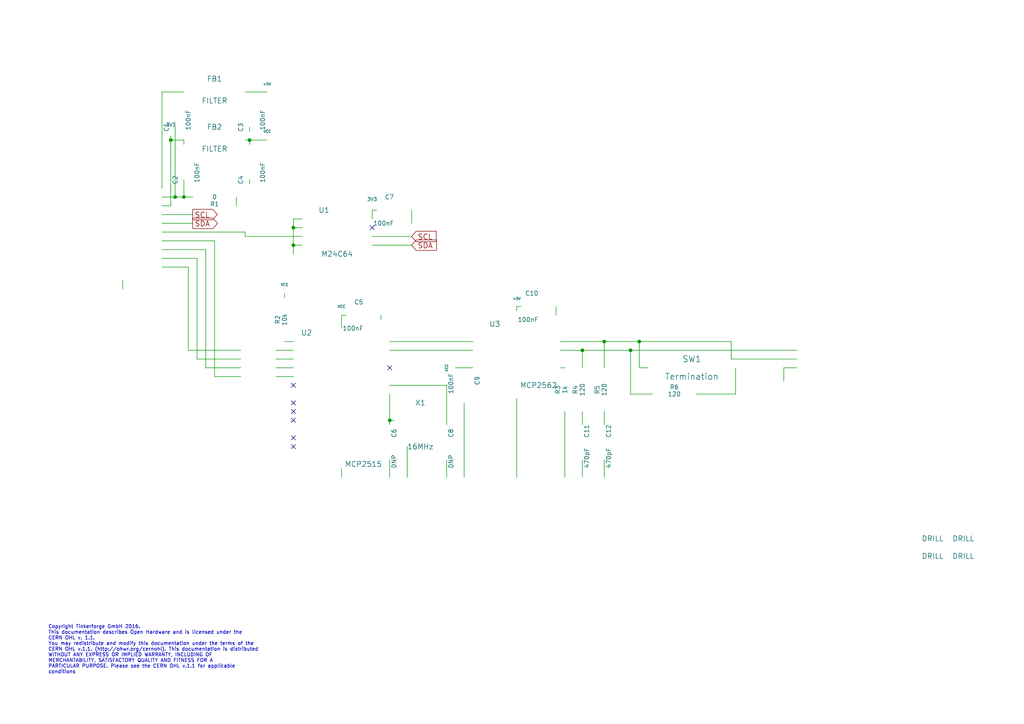
<source format=kicad_sch>
(kicad_sch (version 20230121) (generator eeschema)
  (paper "A4")
  (title_block (title "CAN Bricklet") (date "2016-03-22") (rev "1.0") (company "Tinkerforge GmbH") (comment 1 "Licensed under CERN OHL v.1.1") (comment 2 "Copyright (©) 2016, B.Nordmeyer <bastian@tinkerforge.com>"))
  (lib_symbols)
  (junction (at 72.39 40.64))
  (junction (at 50.8 57.15))
  (junction (at 185.42 99.06))
  (junction (at 182.88 101.6))
  (junction (at 53.34 57.15))
  (junction (at 85.09 66.04))
  (junction (at 175.26 99.06))
  (junction (at 85.09 71.12))
  (junction (at 168.91 101.6))
  (junction (at 113.03 121.92))
  (junction (at 49.53 40.64))
  (no_connect (at 85.09 116.84))
  (no_connect (at 85.09 129.54))
  (no_connect (at 85.09 111.76))
  (no_connect (at 113.03 106.68))
  (no_connect (at 107.95 66.04))
  (no_connect (at 85.09 127))
  (no_connect (at 85.09 121.92))
  (no_connect (at 85.09 119.38))
  (wire (pts (xy 107.95 60.96) (xy 109.22 60.96)))
  (wire (pts (xy 149.86 90.17) (xy 149.86 88.9)))
  (wire (pts (xy 72.39 40.64) (xy 77.47 40.64)))
  (wire (pts (xy 132.08 106.68) (xy 137.16 106.68)))
  (wire (pts (xy 168.91 133.35) (xy 168.91 138.43)))
  (wire (pts (xy 110.49 92.71) (xy 110.49 91.44)))
  (wire (pts (xy 53.34 40.64) (xy 53.34 41.91)))
  (wire (pts (xy 231.14 106.68) (xy 227.33 106.68)))
  (wire (pts (xy 168.91 106.68) (xy 168.91 101.6)))
  (wire (pts (xy 185.42 99.06) (xy 212.09 99.06)))
  (wire (pts (xy 85.09 63.5) (xy 87.63 63.5)))
  (wire (pts (xy 87.63 71.12) (xy 85.09 71.12)))
  (wire (pts (xy 137.16 99.06) (xy 113.03 99.06)))
  (wire (pts (xy 53.34 57.15) (xy 53.34 52.07)))
  (wire (pts (xy 129.54 133.35) (xy 129.54 138.43)))
  (wire (pts (xy 72.39 53.34) (xy 72.39 52.07)))
  (wire (pts (xy 72.39 38.1) (xy 72.39 36.83)))
  (wire (pts (xy 113.03 121.92) (xy 113.03 123.19)))
  (wire (pts (xy 49.53 59.69) (xy 46.99 59.69)))
  (wire (pts (xy 71.12 26.67) (xy 77.47 26.67)))
  (wire (pts (xy 50.8 57.15) (xy 53.34 57.15)))
  (wire (pts (xy 46.99 62.23) (xy 55.88 62.23)))
  (wire (pts (xy 231.14 104.14) (xy 212.09 104.14)))
  (wire (pts (xy 107.95 63.5) (xy 107.95 60.96)))
  (wire (pts (xy 99.06 91.44) (xy 99.06 95.25)))
  (wire (pts (xy 113.03 101.6) (xy 137.16 101.6)))
  (wire (pts (xy 87.63 68.58) (xy 71.12 68.58)))
  (wire (pts (xy 85.09 71.12) (xy 85.09 66.04)))
  (wire (pts (xy 85.09 99.06) (xy 82.55 99.06)))
  (wire (pts (xy 80.01 101.6) (xy 85.09 101.6)))
  (wire (pts (xy 71.12 68.58) (xy 71.12 67.31)))
  (wire (pts (xy 162.56 106.68) (xy 163.83 106.68)))
  (wire (pts (xy 213.36 106.68) (xy 213.36 114.3)))
  (wire (pts (xy 129.54 111.76) (xy 129.54 123.19)))
  (wire (pts (xy 46.99 74.93) (xy 57.15 74.93)))
  (wire (pts (xy 46.99 64.77) (xy 55.88 64.77)))
  (wire (pts (xy 163.83 119.38) (xy 163.83 138.43)))
  (wire (pts (xy 46.99 26.67) (xy 46.99 54.61)))
  (wire (pts (xy 54.61 77.47) (xy 54.61 101.6)))
  (wire (pts (xy 182.88 114.3) (xy 182.88 101.6)))
  (wire (pts (xy 162.56 101.6) (xy 168.91 101.6)))
  (wire (pts (xy 100.33 91.44) (xy 99.06 91.44)))
  (wire (pts (xy 71.12 40.64) (xy 72.39 40.64)))
  (wire (pts (xy 54.61 77.47) (xy 46.99 77.47)))
  (wire (pts (xy 72.39 41.91) (xy 72.39 40.64)))
  (wire (pts (xy 49.53 40.64) (xy 53.34 40.64)))
  (wire (pts (xy 119.38 64.77) (xy 119.38 60.96)))
  (wire (pts (xy 107.95 68.58) (xy 119.38 68.58)))
  (wire (pts (xy 57.15 74.93) (xy 57.15 104.14)))
  (wire (pts (xy 212.09 104.14) (xy 212.09 99.06)))
  (wire (pts (xy 85.09 66.04) (xy 87.63 66.04)))
  (wire (pts (xy 62.23 109.22) (xy 69.85 109.22)))
  (wire (pts (xy 54.61 101.6) (xy 69.85 101.6)))
  (wire (pts (xy 80.01 106.68) (xy 85.09 106.68)))
  (wire (pts (xy 175.26 99.06) (xy 185.42 99.06)))
  (wire (pts (xy 168.91 119.38) (xy 168.91 123.19)))
  (wire (pts (xy 59.69 106.68) (xy 69.85 106.68)))
  (wire (pts (xy 46.99 57.15) (xy 50.8 57.15)))
  (wire (pts (xy 85.09 109.22) (xy 80.01 109.22)))
  (wire (pts (xy 118.11 138.43) (xy 118.11 129.54)))
  (wire (pts (xy 162.56 99.06) (xy 175.26 99.06)))
  (wire (pts (xy 85.09 73.66) (xy 85.09 71.12)))
  (wire (pts (xy 46.99 69.85) (xy 62.23 69.85)))
  (wire (pts (xy 59.69 72.39) (xy 59.69 106.68)))
  (wire (pts (xy 46.99 26.67) (xy 53.34 26.67)))
  (wire (pts (xy 57.15 104.14) (xy 69.85 104.14)))
  (wire (pts (xy 49.53 39.37) (xy 49.53 40.64)))
  (wire (pts (xy 82.55 86.36) (xy 82.55 85.09)))
  (wire (pts (xy 175.26 106.68) (xy 175.26 99.06)))
  (wire (pts (xy 175.26 119.38) (xy 175.26 123.19)))
  (wire (pts (xy 62.23 69.85) (xy 62.23 109.22)))
  (wire (pts (xy 227.33 106.68) (xy 227.33 110.49)))
  (wire (pts (xy 35.56 83.82) (xy 35.56 81.28)))
  (wire (pts (xy 182.88 101.6) (xy 231.14 101.6)))
  (wire (pts (xy 134.62 138.43) (xy 134.62 116.84)))
  (wire (pts (xy 175.26 133.35) (xy 175.26 138.43)))
  (wire (pts (xy 68.58 57.15) (xy 68.58 59.69)))
  (wire (pts (xy 53.34 57.15) (xy 55.88 57.15)))
  (wire (pts (xy 185.42 106.68) (xy 185.42 99.06)))
  (wire (pts (xy 189.23 114.3) (xy 182.88 114.3)))
  (wire (pts (xy 149.86 88.9) (xy 151.13 88.9)))
  (wire (pts (xy 85.09 66.04) (xy 85.09 63.5)))
  (wire (pts (xy 113.03 114.3) (xy 113.03 121.92)))
  (wire (pts (xy 113.03 111.76) (xy 129.54 111.76)))
  (wire (pts (xy 99.06 138.43) (xy 99.06 135.89)))
  (wire (pts (xy 213.36 114.3) (xy 201.93 114.3)))
  (wire (pts (xy 168.91 101.6) (xy 182.88 101.6)))
  (wire (pts (xy 187.96 106.68) (xy 185.42 106.68)))
  (wire (pts (xy 46.99 67.31) (xy 71.12 67.31)))
  (wire (pts (xy 85.09 104.14) (xy 80.01 104.14)))
  (wire (pts (xy 59.69 72.39) (xy 46.99 72.39)))
  (wire (pts (xy 50.8 57.15) (xy 50.8 36.83)))
  (wire (pts (xy 161.29 91.44) (xy 161.29 88.9)))
  (wire (pts (xy 113.03 138.43) (xy 113.03 133.35)))
  (wire (pts (xy 107.95 71.12) (xy 119.38 71.12)))
  (wire (pts (xy 49.53 40.64) (xy 49.53 59.69)))
  (wire (pts (xy 114.3 121.92) (xy 113.03 121.92)))
  (wire (pts (xy 149.86 115.57) (xy 149.86 138.43)))
  (text "Copyright Tinkerforge GmbH 2016.\nThis documentation describes Open Hardware and is licensed under the\nCERN OHL v. 1.1.\nYou may redistribute and modify this documentation under the terms of the\nCERN OHL v.1.1. (http://ohwr.org/cernohl). This documentation is distributed\nWITHOUT ANY EXPRESS OR IMPLIED WARRANTY, INCLUDING OF\nMERCHANTABILITY, SATISFACTORY QUALITY AND FITNESS FOR A\nPARTICULAR PURPOSE. Please see the CERN OHL v.1.1 for applicable\nconditions\n" (at 13.97 195.58 0) (effects (font (size 1.016 1.016)) (justify left bottom)))
  (global_label "SDA" (shape input) (at 119.38 71.12 0) (effects (font (size 1.524 1.524))) (property "Intersheetrefs" "${INTERSHEET_REFS}" (effects hide)))
  (global_label "SCL" (shape input) (at 119.38 68.58 0) (effects (font (size 1.524 1.524))) (property "Intersheetrefs" "${INTERSHEET_REFS}" (effects hide)))
  (global_label "SDA" (shape output) (at 55.88 64.77 0) (effects (font (size 1.524 1.524))) (property "Intersheetrefs" "${INTERSHEET_REFS}" (effects hide)))
  (global_label "SCL" (shape output) (at 55.88 62.23 0) (effects (font (size 1.524 1.524))) (property "Intersheetrefs" "${INTERSHEET_REFS}" (effects hide)))
  (symbol (lib_id "CON-SENSOR") (at 35.56 66.04 0) (mirror y) (unit 1)
    (property "Reference" "P1" (at 41.91 52.07 0) (effects (font (size 1.524 1.524))))
    (property "Value" "CON-SENSOR" (at 31.75 66.04 90) (effects (font (size 1.524 1.524))))
    (property "Footprint" "kicad-libraries:CON-SENSOR" (effects hide))
  )
  (symbol (lib_id "GND") (at 35.56 83.82 0) (unit 1)
    (property "Reference" "#PWR05" (effects hide))
    (property "Value" "GND" (effects hide))
  )
  (symbol (lib_id "GND") (at 68.58 59.69 0) (unit 1)
    (property "Reference" "#PWR04" (effects hide))
    (property "Value" "GND" (effects hide))
  )
  (symbol (lib_id "VCC") (at 77.47 40.64 0) (unit 1)
    (property "Reference" "#PWR03" (effects hide))
    (property "Value" "VCC" (at 77.47 38.1 0) (effects (font (size 0.762 0.762))))
  )
  (symbol (lib_id "CAT24C") (at 97.79 73.66 0) (unit 1)
    (property "Reference" "U1" (at 93.98 60.96 0) (effects (font (size 1.524 1.524))))
    (property "Value" "M24C64" (at 97.79 73.66 0) (effects (font (size 1.524 1.524))))
    (property "Footprint" "kicad-libraries:SOIC8" (effects hide))
  )
  (symbol (lib_id "GND") (at 85.09 73.66 0) (unit 1)
    (property "Reference" "#PWR02" (effects hide))
    (property "Value" "GND" (effects hide))
  )
  (symbol (lib_id "C") (at 114.3 60.96 90) (unit 1)
    (property "Reference" "C7" (at 114.3 57.15 90) (effects (justify left)))
    (property "Value" "100nF" (at 114.3 64.77 90) (effects (justify left)))
    (property "Footprint" "kicad-libraries:C0603E" (effects hide))
  )
  (symbol (lib_id "DRILL") (at 279.4 156.21 0) (unit 1)
    (property "Reference" "U6" (effects hide))
    (property "Value" "DRILL" (at 279.4 156.21 0) (effects (font (size 1.524 1.524))))
    (property "Footprint" "kicad-libraries:DRILL_NP" (effects hide))
  )
  (symbol (lib_id "DRILL") (at 279.4 161.29 0) (unit 1)
    (property "Reference" "U7" (effects hide))
    (property "Value" "DRILL" (at 279.4 161.29 0) (effects (font (size 1.524 1.524))))
    (property "Footprint" "kicad-libraries:DRILL_NP" (effects hide))
  )
  (symbol (lib_id "DRILL") (at 270.51 161.29 0) (unit 1)
    (property "Reference" "U5" (effects hide))
    (property "Value" "DRILL" (at 270.51 161.29 0) (effects (font (size 1.524 1.524))))
    (property "Footprint" "kicad-libraries:DRILL_NP" (effects hide))
  )
  (symbol (lib_id "DRILL") (at 270.51 156.21 0) (unit 1)
    (property "Reference" "U4" (effects hide))
    (property "Value" "DRILL" (at 270.51 156.21 0) (effects (font (size 1.524 1.524))))
    (property "Footprint" "kicad-libraries:DRILL_NP" (effects hide))
  )
  (symbol (lib_id "GND") (at 119.38 64.77 0) (unit 1)
    (property "Reference" "#PWR01" (effects hide))
    (property "Value" "GND" (effects hide))
  )
  (symbol (lib_id "FILTER") (at 62.23 40.64 0) (unit 1)
    (property "Reference" "FB2" (at 62.23 36.83 0) (effects (font (size 1.524 1.524))))
    (property "Value" "FILTER" (at 62.23 43.18 0) (effects (font (size 1.524 1.524))))
    (property "Footprint" "kicad-libraries:C0603E" (effects hide))
  )
  (symbol (lib_id "R") (at 62.23 57.15 270) (unit 1)
    (property "Reference" "R1" (at 62.23 59.182 90))
    (property "Value" "0" (at 62.23 57.15 90))
    (property "Footprint" "kicad-libraries:R0603E" (effects hide))
  )
  (symbol (lib_id "C") (at 53.34 46.99 180) (unit 1)
    (property "Reference" "C2" (at 50.8 50.8 90) (effects (justify left)))
    (property "Value" "100nF" (at 57.15 46.99 90) (effects (justify left)))
    (property "Footprint" "kicad-libraries:C0603E" (effects hide))
  )
  (symbol (lib_id "C") (at 72.39 46.99 180) (unit 1)
    (property "Reference" "C4" (at 69.85 50.8 90) (effects (justify left)))
    (property "Value" "100nF" (at 76.2 46.99 90) (effects (justify left)))
    (property "Footprint" "kicad-libraries:C0603E" (effects hide))
  )
  (symbol (lib_id "GND") (at 72.39 53.34 0) (unit 1)
    (property "Reference" "#PWR06" (effects hide))
    (property "Value" "GND" (effects hide))
  )
  (symbol (lib_id "MCP2551") (at 149.86 102.87 0) (unit 1)
    (property "Reference" "U3" (at 143.51 93.98 0) (effects (font (size 1.524 1.524))))
    (property "Value" "MCP2562" (at 156.21 111.76 0) (effects (font (size 1.524 1.524))))
    (property "Footprint" "kicad-libraries:SOIC8" (effects hide))
  )
  (symbol (lib_id "MCP2515") (at 99.06 115.57 0) (unit 1)
    (property "Reference" "U2" (at 88.9 96.52 0) (effects (font (size 1.524 1.524))))
    (property "Value" "MCP2515" (at 105.41 134.62 0) (effects (font (size 1.524 1.524))))
    (property "Footprint" "kicad-libraries:SOIC-18" (effects hide))
  )
  (symbol (lib_id "R_PACK4") (at 74.93 110.49 0) (mirror y) (unit 1)
    (property "Reference" "RP1" (at 74.93 99.06 0) (effects (font (size 1.016 1.016))))
    (property "Value" "100" (at 74.93 111.76 0) (effects (font (size 1.016 1.016))))
    (property "Footprint" "kicad-libraries:0603X4" (effects hide))
  )
  (symbol (lib_id "VCC") (at 132.08 106.68 90) (unit 1)
    (property "Reference" "#PWR07" (effects hide))
    (property "Value" "VCC" (at 129.54 106.68 0) (effects (font (size 0.762 0.762))))
  )
  (symbol (lib_id "VCC") (at 99.06 91.44 0) (unit 1)
    (property "Reference" "#PWR08" (effects hide))
    (property "Value" "VCC" (at 99.06 88.9 0) (effects (font (size 0.762 0.762))))
  )
  (symbol (lib_id "GND") (at 99.06 138.43 0) (unit 1)
    (property "Reference" "#PWR09" (effects hide))
    (property "Value" "GND" (effects hide))
  )
  (symbol (lib_id "GND") (at 149.86 138.43 0) (unit 1)
    (property "Reference" "#PWR010" (effects hide))
    (property "Value" "GND" (effects hide))
  )
  (symbol (lib_id "+5V") (at 77.47 26.67 0) (unit 1)
    (property "Reference" "#PWR011" (effects hide))
    (property "Value" "+5V" (at 77.47 24.384 0) (effects (font (size 0.762 0.762))))
  )
  (symbol (lib_id "C") (at 72.39 31.75 180) (unit 1)
    (property "Reference" "C3" (at 69.85 35.56 90) (effects (justify left)))
    (property "Value" "100nF" (at 76.2 31.75 90) (effects (justify left)))
    (property "Footprint" "kicad-libraries:C0603E" (effects hide))
  )
  (symbol (lib_id "GND") (at 72.39 38.1 0) (unit 1)
    (property "Reference" "#PWR012" (effects hide))
    (property "Value" "GND" (effects hide))
  )
  (symbol (lib_id "FILTER") (at 62.23 26.67 0) (unit 1)
    (property "Reference" "FB1" (at 62.23 22.86 0) (effects (font (size 1.524 1.524))))
    (property "Value" "FILTER" (at 62.23 29.21 0) (effects (font (size 1.524 1.524))))
    (property "Footprint" "kicad-libraries:C0603E" (effects hide))
  )
  (symbol (lib_id "C") (at 50.8 31.75 180) (unit 1)
    (property "Reference" "C1" (at 48.26 35.56 90) (effects (justify left)))
    (property "Value" "100nF" (at 54.61 31.75 90) (effects (justify left)))
    (property "Footprint" "kicad-libraries:C0603E" (effects hide))
  )
  (symbol (lib_id "+5V") (at 149.86 88.9 0) (unit 1)
    (property "Reference" "#PWR013" (effects hide))
    (property "Value" "+5V" (at 149.86 86.614 0) (effects (font (size 0.762 0.762))))
  )
  (symbol (lib_id "R") (at 163.83 113.03 180) (unit 1)
    (property "Reference" "R3" (at 161.798 113.03 90))
    (property "Value" "1k" (at 163.83 113.03 90))
    (property "Footprint" "kicad-libraries:R0603E" (effects hide))
  )
  (symbol (lib_id "GND") (at 163.83 138.43 0) (unit 1)
    (property "Reference" "#PWR014" (effects hide))
    (property "Value" "GND" (effects hide))
  )
  (symbol (lib_id "R") (at 195.58 114.3 90) (unit 1)
    (property "Reference" "R6" (at 195.58 112.268 90))
    (property "Value" "120" (at 195.58 114.3 90))
    (property "Footprint" "kicad-libraries:R0603E" (effects hide))
  )
  (symbol (lib_id "R") (at 168.91 113.03 180) (unit 1)
    (property "Reference" "R4" (at 166.878 113.03 90))
    (property "Value" "120" (at 168.91 113.03 90))
    (property "Footprint" "kicad-libraries:R0603E" (effects hide))
  )
  (symbol (lib_id "R") (at 175.26 113.03 180) (unit 1)
    (property "Reference" "R5" (at 173.228 113.03 90))
    (property "Value" "120" (at 175.26 113.03 90))
    (property "Footprint" "kicad-libraries:R0603E" (effects hide))
  )
  (symbol (lib_id "GND") (at 168.91 138.43 0) (unit 1)
    (property "Reference" "#PWR015" (effects hide))
    (property "Value" "GND" (effects hide))
  )
  (symbol (lib_id "GND") (at 175.26 138.43 0) (unit 1)
    (property "Reference" "#PWR016" (effects hide))
    (property "Value" "GND" (effects hide))
  )
  (symbol (lib_id "C") (at 175.26 128.27 0) (unit 1)
    (property "Reference" "C12" (at 176.53 127 90) (effects (justify left)))
    (property "Value" "470pF" (at 176.53 135.89 90) (effects (justify left)))
    (property "Footprint" "kicad-libraries:C0603E" (effects hide))
  )
  (symbol (lib_id "C") (at 168.91 128.27 0) (unit 1)
    (property "Reference" "C11" (at 170.18 127 90) (effects (justify left)))
    (property "Value" "470pF" (at 170.18 135.89 90) (effects (justify left)))
    (property "Footprint" "kicad-libraries:C0603E" (effects hide))
  )
  (symbol (lib_id "C") (at 105.41 91.44 90) (unit 1)
    (property "Reference" "C5" (at 105.41 87.63 90) (effects (justify left)))
    (property "Value" "100nF" (at 105.41 95.25 90) (effects (justify left)))
    (property "Footprint" "kicad-libraries:C0603E" (effects hide))
  )
  (symbol (lib_id "C") (at 156.21 88.9 90) (unit 1)
    (property "Reference" "C10" (at 156.21 85.09 90) (effects (justify left)))
    (property "Value" "100nF" (at 156.21 92.71 90) (effects (justify left)))
    (property "Footprint" "kicad-libraries:C0603E" (effects hide))
  )
  (symbol (lib_id "GND") (at 110.49 92.71 0) (unit 1)
    (property "Reference" "#PWR017" (effects hide))
    (property "Value" "GND" (effects hide))
  )
  (symbol (lib_id "GND") (at 161.29 91.44 0) (unit 1)
    (property "Reference" "#PWR018" (effects hide))
    (property "Value" "GND" (effects hide))
  )
  (symbol (lib_id "C") (at 134.62 111.76 0) (unit 1)
    (property "Reference" "C9" (at 138.43 111.76 90) (effects (justify left)))
    (property "Value" "100nF" (at 130.81 114.3 90) (effects (justify left)))
    (property "Footprint" "kicad-libraries:C0603E" (effects hide))
  )
  (symbol (lib_id "GND") (at 134.62 138.43 0) (unit 1)
    (property "Reference" "#PWR019" (effects hide))
    (property "Value" "GND" (effects hide))
  )
  (symbol (lib_id "CRYSTAL_3225") (at 121.92 121.92 0) (unit 1)
    (property "Reference" "X1" (at 121.92 116.84 0) (effects (font (size 1.524 1.524))))
    (property "Value" "16MHz" (at 121.92 129.54 0) (effects (font (size 1.524 1.524))))
    (property "Footprint" "kicad-libraries:CRYSTAL_3225" (effects hide))
  )
  (symbol (lib_id "C") (at 129.54 128.27 0) (unit 1)
    (property "Reference" "C8" (at 130.81 127 90) (effects (justify left)))
    (property "Value" "DNP" (at 130.81 135.89 90) (effects (justify left)))
    (property "Footprint" "kicad-libraries:C0603E" (effects hide))
  )
  (symbol (lib_id "C") (at 113.03 128.27 0) (unit 1)
    (property "Reference" "C6" (at 114.3 127 90) (effects (justify left)))
    (property "Value" "DNP" (at 114.3 135.89 90) (effects (justify left)))
    (property "Footprint" "kicad-libraries:C0603E" (effects hide))
  )
  (symbol (lib_id "GND") (at 129.54 138.43 0) (unit 1)
    (property "Reference" "#PWR020" (effects hide))
    (property "Value" "GND" (effects hide))
  )
  (symbol (lib_id "GND") (at 118.11 138.43 0) (unit 1)
    (property "Reference" "#PWR021" (effects hide))
    (property "Value" "GND" (effects hide))
  )
  (symbol (lib_id "GND") (at 113.03 138.43 0) (unit 1)
    (property "Reference" "#PWR022" (effects hide))
    (property "Value" "GND" (effects hide))
  )
  (symbol (lib_id "GND") (at 227.33 110.49 0) (unit 1)
    (property "Reference" "#PWR023" (effects hide))
    (property "Value" "GND" (effects hide))
  )
  (symbol (lib_id "SPST") (at 200.66 106.68 0) (unit 1)
    (property "Reference" "SW1" (at 200.66 104.14 0) (effects (font (size 1.778 1.778))))
    (property "Value" "Termination" (at 200.66 109.22 0) (effects (font (size 1.778 1.778))))
    (property "Footprint" "kicad-libraries:SLIDE_SWITCH" (effects hide))
  )
  (symbol (lib_id "3V3") (at 49.53 39.37 0) (unit 1)
    (property "Reference" "#PWR024" (effects hide))
    (property "Value" "3V3" (at 49.53 36.195 0) (effects (font (size 1.016 1.016))))
  )
  (symbol (lib_id "3V3") (at 107.95 60.96 0) (unit 1)
    (property "Reference" "#PWR025" (effects hide))
    (property "Value" "3V3" (at 107.95 57.785 0) (effects (font (size 1.016 1.016))))
  )
  (symbol (lib_id "VCC") (at 82.55 85.09 0) (unit 1)
    (property "Reference" "#PWR026" (effects hide))
    (property "Value" "VCC" (at 82.55 82.55 0) (effects (font (size 0.762 0.762))))
  )
  (symbol (lib_id "R") (at 82.55 92.71 180) (unit 1)
    (property "Reference" "R2" (at 80.518 92.71 90))
    (property "Value" "10k" (at 82.55 92.71 90))
    (property "Footprint" "kicad-libraries:R0603E" (effects hide))
  )
  (symbol (lib_id "CONN_3") (at 240.03 104.14 0) (mirror x) (unit 1)
    (property "Reference" "K1" (at 238.76 104.14 90))
    (property "Value" "CONN_3" (at 241.3 104.14 90) (effects (font (size 1.016 1.016))))
    (property "Footprint" "kicad-libraries:AKL_5_3" (effects hide))
  )
)
</source>
